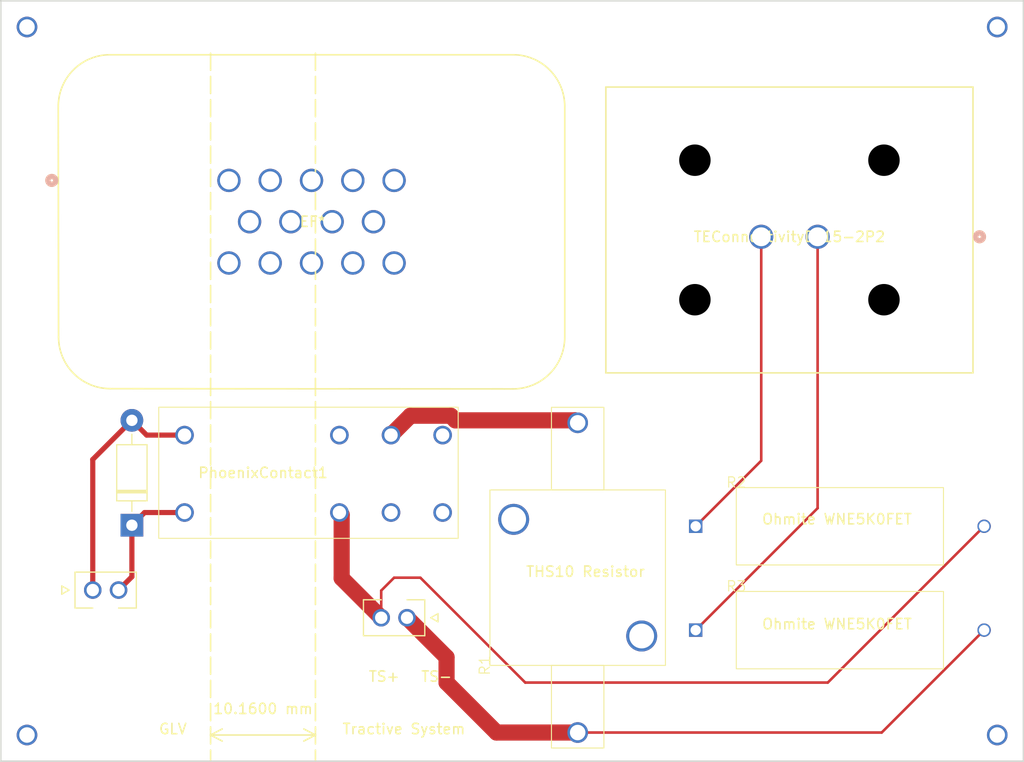
<source format=kicad_pcb>
(kicad_pcb (version 20221018) (generator pcbnew)
  (layers (0 "F.Cu" signal) (31 "B.Cu" signal) (34 "B.Paste" user) (35 "F.Paste" user) (36 "B.SilkS" user "B.Silkscreen") (37 "F.SilkS" user "F.Silkscreen") (38 "B.Mask" user) (39 "F.Mask" user) (44 "Edge.Cuts" user))
  (net 0 "")
  (net 1 "Net-(J1-Pad2)")
  (net 2 "Net-(J1-Pad1)")
  (net 4 "Net-(PhoenixContact1-Pad4)_1")
  (net 5 "Net-(D2-K)")
  (net 6 "Net-(D2-A)")
  (net 7 "Net-(R2-Pad1)")
  (net 8 "Net-(R3-Pad1)")
  (footprint "discharge:resistor_ts" (layer "F.Cu") (at 190.627 67.4735)
    (fp_text reference "R2" (at 0 -0.5 unlocked) (layer "F.SilkS") (effects (font (thickness 0.1))))
    (fp_text value "5k")
    (fp_rect (start 0 0) (end 20.066 7.493) (stroke (width 0.1)) (fill none) (layer "F.SilkS"))
    (pad "1" thru_hole rect (at -3.937 3.7465) (size 1.3 1.3) (drill 1) (layers "*.Cu" "*.Mask") (net 7 "Net-(R2-Pad1)"))
    (pad "2" thru_hole circle (at 24.003 3.7465) (size 1.3 1.3) (drill 1) (layers "*.Cu" "*.Mask") (net 1 "Net-(J1-Pad2)"))
  )
  (footprint "discharge:MOLEX_1053091202" (layer "F.Cu") (at 158.73 80.08 180)
    (fp_text reference "J1" hide)
    (fp_text value "1053091202")
    (fp_line (start -3 -0.4) (end -3 0.4) (stroke (width 0.127)) (layer "F.SilkS"))
    (fp_line (start -3 0.4) (end -2.3 0) (stroke (width 0.127)) (layer "F.SilkS"))
    (fp_line (start -2.3 0) (end -3 -0.4) (stroke (width 0.127)) (layer "F.SilkS"))
    (fp_line (start -1.72 -1.74) (end 4.22 -1.74) (stroke (width 0.127)) (layer "F.SilkS"))
    (fp_line (start -1.72 1.74) (end -1.72 -1.74) (stroke (width 0.127)) (layer "F.SilkS"))
    (fp_line (start 0 1.74) (end -1.72 1.74) (stroke (width 0.127)) (layer "F.SilkS"))
    (fp_line (start 4.22 -1.74) (end 4.22 1.74) (stroke (width 0.127)) (layer "F.SilkS"))
    (fp_line (start 4.22 1.74) (end 2.5 1.74) (stroke (width 0.127)) (layer "F.SilkS"))
    (pad "" np_thru_hole circle (at 1.25 1.34 180) (size 1.3 1.3) (drill 1.3) (layers "*.Cu" "*.Mask"))
    (pad "1" thru_hole circle (at 0 0 180) (size 1.7 1.7) (drill 1.2) (layers "*.Cu") (net 2 "Net-(J1-Pad1)"))
    (pad "2" thru_hole circle (at 2.5 0 180) (size 1.7 1.7) (drill 1.2) (layers "*.Cu") (net 1 "Net-(J1-Pad2)"))
  )
  (footprint "discharge:relay" (layer "F.Cu") (at 134.68 72.39 90)
    (fp_text reference "PhoenixContact1" hide)
    (fp_text value "~")
    (fp_text user "${REFERENCE}" (at 6.35 10.1 unlocked) (layer "F.SilkS"))
    (fp_rect (start 0 0) (end 12.7 29.007) (stroke (width 0.1)) (fill none) (layer "F.SilkS"))
    (pad "1" thru_hole circle (at 2.5 2.5 90) (size 1.8 1.8) (drill 1.3) (layers "*.Cu" "*.Mask") (net 5 "Net-(D2-K)"))
    (pad "2" thru_hole circle (at 10 2.5 90) (size 1.8 1.8) (drill 1.3) (layers "*.Cu" "*.Mask") (net 6 "Net-(D2-A)"))
    (pad "3" thru_hole circle (at 2.5 17.5 90) (size 1.8 1.8) (drill 1.3) (layers "*.Cu" "*.Mask") (net 1 "Net-(J1-Pad2)"))
    (pad "3" thru_hole circle (at 10 17.5 90) (size 1.8 1.8) (drill 1.3) (layers "*.Cu" "*.Mask") (net 1 "Net-(J1-Pad2)"))
    (pad "4" thru_hole circle (at 2.5 22.5 90) (size 1.8 1.8) (drill 1.3) (layers "*.Cu" "*.Mask") (net 4 "Net-(PhoenixContact1-Pad4)_1"))
    (pad "4" thru_hole circle (at 10 22.5 90) (size 1.8 1.8) (drill 1.3) (layers "*.Cu" "*.Mask") (net 4 "Net-(PhoenixContact1-Pad4)_1"))
    (pad "5" thru_hole circle (at 2.5 27.5 90) (size 1.8 1.8) (drill 1.3) (layers "*.Cu" "*.Mask"))
    (pad "5" thru_hole circle (at 10 27.5 90) (size 1.8 1.8) (drill 1.3) (layers "*.Cu" "*.Mask"))
  )
  (footprint "discharge:resistor_ts" (layer "F.Cu") (at 190.627 77.5335)
    (fp_text reference "R3" (at 0 -0.5 unlocked) (layer "F.SilkS") (effects (font (thickness 0.1))))
    (fp_text value "5k")
    (fp_rect (start 0 0) (end 20.066 7.493) (stroke (width 0.1)) (fill none) (layer "F.SilkS"))
    (pad "1" thru_hole rect (at -3.937 3.7465) (size 1.3 1.3) (drill 1) (layers "*.Cu" "*.Mask") (net 8 "Net-(R3-Pad1)"))
    (pad "2" thru_hole circle (at 24.003 3.7465) (size 1.3 1.3) (drill 1) (layers "*.Cu" "*.Mask") (net 2 "Net-(J1-Pad1)"))
  )
  (footprint "1FS_2_Global_Footprint_Library:CONN14_776261_TEC" (layer "F.Cu") (at 157.48 45.72)
    (fp_text reference "REF**" (at -7.999999 -4 unlocked) (layer "F.SilkS"))
    (fp_text value "CONN14_776261_TEC")
    (fp_circle (center -33.158699 -7.999999) (end -32.777699 -7.999999) (stroke (width 0.508)) (fill none) (layer "B.SilkS"))
    (fp_line (start -32.5285 -15.1676) (end -32.5031 7.1666) (stroke (width 0.1524)) (layer "F.SilkS"))
    (fp_line (start -27.4993 12.1704) (end 11.5227 12.1958) (stroke (width 0.1524)) (layer "F.SilkS"))
    (fp_line (start 11.5227 -20.1714) (end -27.5247 -20.1714) (stroke (width 0.1524)) (layer "F.SilkS"))
    (fp_line (start 16.5265 7.192) (end 16.5265 -15.1676) (stroke (width 0.1524)) (layer "F.SilkS"))
    (fp_arc (start -32.5285 -15.1676) (mid -31.062921 -18.705821) (end -27.5247 -20.1714) (stroke (width 0.1524)) (layer "F.SilkS"))
    (fp_arc (start -27.4993 12.1704) (mid -31.037521 10.704821) (end -32.5031 7.1666) (stroke (width 0.1524)) (layer "F.SilkS"))
    (fp_arc (start 11.5227 -20.1714) (mid 15.060921 -18.705821) (end 16.5265 -15.1676) (stroke (width 0.1524)) (layer "F.SilkS"))
    (fp_arc (start 16.5265 7.192) (mid 15.060921 10.730221) (end 11.5227 12.1958) (stroke (width 0.1524)) (layer "F.SilkS"))
    (fp_circle (center -33.158699 -7.999999) (end -32.777699 -7.999999) (stroke (width 0.508)) (fill none) (layer "F.SilkS"))
    (pad "" np_thru_hole circle (at -27.199999 3.300001) (size 2.0066 2.0066) (drill 2.0066) (layers "*.Cu" "*.Mask"))
    (pad "" np_thru_hole circle (at -25.700003 -14.799999) (size 2.0066 2.0066) (drill 2.0066) (layers "*.Cu" "*.Mask"))
    (pad "" np_thru_hole circle (at 9.700004 -14.799999) (size 2.0066 2.0066) (drill 2.0066) (layers "*.Cu" "*.Mask"))
    (pad "" np_thru_hole circle (at 11.200001 3.300001) (size 2.0066 2.0066) (drill 2.0066) (layers "*.Cu" "*.Mask"))
    (pad "1" thru_hole circle (at -15.999999 -7.999999) (size 2.2606 2.2606) (drill 1.7526) (layers "*.Cu" "*.Mask"))
    (pad "2" thru_hole circle (at -11.999999 -7.999999) (size 2.2606 2.2606) (drill 1.7526) (layers "*.Cu" "*.Mask"))
    (pad "3" thru_hole circle (at -7.999999 -7.999999) (size 2.2606 2.2606) (drill 1.7526) (layers "*.Cu" "*.Mask"))
    (pad "4" thru_hole circle (at -4 -7.999999) (size 2.2606 2.2606) (drill 1.7526) (layers "*.Cu" "*.Mask"))
    (pad "5" thru_hole circle (at 0 -7.999999) (size 2.2606 2.2606) (drill 1.7526) (layers "*.Cu" "*.Mask"))
    (pad "6" thru_hole circle (at -13.999999 -4) (size 2.2606 2.2606) (drill 1.7526) (layers "*.Cu" "*.Mask"))
    (pad "7" thru_hole circle (at -9.999999 -4) (size 2.2606 2.2606) (drill 1.7526) (layers "*.Cu" "*.Mask"))
    (pad "8" thru_hole circle (at -5.999999 -4) (size 2.2606 2.2606) (drill 1.7526) (layers "*.Cu" "*.Mask"))
    (pad "9" thru_hole circle (at -2 -4) (size 2.2606 2.2606) (drill 1.7526) (layers "*.Cu" "*.Mask"))
    (pad "10" thru_hole circle (at -15.999999 0) (size 2.2606 2.2606) (drill 1.7526) (layers "*.Cu" "*.Mask"))
    (pad "11" thru_hole circle (at -11.999999 0) (size 2.2606 2.2606) (drill 1.7526) (layers "*.Cu" "*.Mask"))
    (pad "12" thru_hole circle (at -7.999999 0) (size 2.2606 2.2606) (drill 1.7526) (layers "*.Cu" "*.Mask"))
    (pad "13" thru_hole circle (at -4 0) (size 2.2606 2.2606) (drill 1.7526) (layers "*.Cu" "*.Mask"))
    (pad "14" thru_hole circle (at 0 0) (size 2.2606 2.2606) (drill 1.7526) (layers "*.Cu" "*.Mask"))
  )
  (footprint "discharge:MOLEX_1053091202" (layer "F.Cu") (at 128.29 77.4)
    (fp_text reference "J2" hide)
    (fp_text value "1053091202")
    (fp_line (start -3 -0.4) (end -3 0.4) (stroke (width 0.127)) (layer "F.SilkS"))
    (fp_line (start -3 0.4) (end -2.3 0) (stroke (width 0.127)) (layer "F.SilkS"))
    (fp_line (start -2.3 0) (end -3 -0.4) (stroke (width 0.127)) (layer "F.SilkS"))
    (fp_line (start -1.72 -1.74) (end 4.22 -1.74) (stroke (width 0.127)) (layer "F.SilkS"))
    (fp_line (start -1.72 1.74) (end -1.72 -1.74) (stroke (width 0.127)) (layer "F.SilkS"))
    (fp_line (start 0 1.74) (end -1.72 1.74) (stroke (width 0.127)) (layer "F.SilkS"))
    (fp_line (start 4.22 -1.74) (end 4.22 1.74) (stroke (width 0.127)) (layer "F.SilkS"))
    (fp_line (start 4.22 1.74) (end 2.5 1.74) (stroke (width 0.127)) (layer "F.SilkS"))
    (pad "" np_thru_hole circle (at 1.25 1.34) (size 1.3 1.3) (drill 1.3) (layers "*.Cu" "*.Mask"))
    (pad "1" thru_hole circle (at 0 0) (size 1.7 1.7) (drill 1.2) (layers "*.Cu") (net 6 "Net-(D2-A)"))
    (pad "2" thru_hole circle (at 2.5 0) (size 1.7 1.7) (drill 1.2) (layers "*.Cu") (net 5 "Net-(D2-K)"))
  )
  (footprint "discharge:resistor" (layer "F.Cu") (at 166.76 84.7 90)
    (fp_text reference "R1" (at 0 -0.5 90 unlocked) (layer "F.SilkS") (effects (font (thickness 0.1))))
    (fp_text value "680")
    (fp_rect (start -8 5.96) (end 0 11.04) (stroke (width 0.1)) (fill none) (layer "F.SilkS"))
    (fp_rect (start 0 0) (end 17 17) (stroke (width 0.1)) (fill none) (layer "F.SilkS"))
    (fp_rect (start 17 5.96) (end 25 11.04) (stroke (width 0.1)) (fill none) (layer "F.SilkS"))
    (pad "" np_thru_hole circle (at 2.85 14.7 90) (size 3 3) (drill 2.4) (layers "F&B.Cu" "*.Mask"))
    (pad "" np_thru_hole circle (at 14.15 2.3 90) (size 3 3) (drill 2.4) (layers "F&B.Cu" "*.Mask"))
    (pad "1" thru_hole circle (at 23.5 8.5 90) (size 2 2) (drill 1.5) (layers "*.Cu" "*.Mask") (net 4 "Net-(PhoenixContact1-Pad4)_1"))
    (pad "2" thru_hole circle (at -6.5 8.5 90) (size 2 2) (drill 1.5) (layers "*.Cu" "*.Mask") (net 2 "Net-(J1-Pad1)"))
  )
  (footprint "Diode_THT:D_DO-41_SOD81_P10.16mm_Horizontal" (layer "F.Cu") (at 132.08 71.12 90)
    (fp_text reference "D2" hide)
    (fp_text value "1N4001")
    (fp_line (start 1.34 0) (end 2.36 0) (stroke (width 0.12)) (layer "F.SilkS"))
    (fp_line (start 2.36 -1.47) (end 2.36 1.47) (stroke (width 0.12)) (layer "F.SilkS"))
    (fp_line (start 2.36 1.47) (end 7.8 1.47) (stroke (width 0.12)) (layer "F.SilkS"))
    (fp_line (start 3.14 -1.47) (end 3.14 1.47) (stroke (width 0.12)) (layer "F.SilkS"))
    (fp_line (start 3.26 -1.47) (end 3.26 1.47) (stroke (width 0.12)) (layer "F.SilkS"))
    (fp_line (start 3.38 -1.47) (end 3.38 1.47) (stroke (width 0.12)) (layer "F.SilkS"))
    (fp_line (start 7.8 -1.47) (end 2.36 -1.47) (stroke (width 0.12)) (layer "F.SilkS"))
    (fp_line (start 7.8 1.47) (end 7.8 -1.47) (stroke (width 0.12)) (layer "F.SilkS"))
    (fp_line (start 8.82 0) (end 7.8 0) (stroke (width 0.12)) (layer "F.SilkS"))
    (pad "1" thru_hole rect (at 0 0 90) (size 2.2 2.2) (drill 1.1) (layers "*.Cu" "*.Mask") (net 5 "Net-(D2-K)"))
    (pad "2" thru_hole oval (at 10.16 0 90) (size 2.2 2.2) (drill 1.1) (layers "*.Cu" "*.Mask") (net 6 "Net-(D2-A)"))
  )
  (footprint "discharge:CONN2_DT15-2P_TEC" (layer "F.Cu") (at 193.04 43.18)
    (fp_text reference "TEConnectivityDT15-2P2" (at 2.7305 0 unlocked) (layer "F.SilkS"))
    (fp_text value "~")
    (fp_circle (center 21.1455 0) (end 21.5265 0) (stroke (width 0.508)) (fill none) (layer "B.SilkS"))
    (fp_line (start -15.0495 -14.5034) (end -15.0495 13.1826) (stroke (width 0.1524)) (layer "F.SilkS"))
    (fp_line (start -15.0495 13.1826) (end 20.5105 13.1826) (stroke (width 0.1524)) (layer "F.SilkS"))
    (fp_line (start 20.5105 -14.5034) (end -15.0495 -14.5034) (stroke (width 0.1524)) (layer "F.SilkS"))
    (fp_line (start 20.5105 13.1826) (end 20.5105 -14.5034) (stroke (width 0.1524)) (layer "F.SilkS"))
    (fp_circle (center 21.1455 0) (end 21.5265 0) (stroke (width 0.508)) (fill none) (layer "F.SilkS"))
    (pad "" np_thru_hole circle (at -6.4262 -7.4168) (size 3.048 3.048) (drill 3.048) (layers))
    (pad "" np_thru_hole circle (at -6.4262 6.096) (size 3.048 3.048) (drill 3.048) (layers))
    (pad "" np_thru_hole circle (at 11.8872 -7.4168) (size 3.048 3.048) (drill 3.048) (layers))
    (pad "" np_thru_hole circle (at 11.8872 6.096) (size 3.048 3.048) (drill 3.048) (layers))
    (pad "1" thru_hole circle (at 5.461 0) (size 2.3368 2.3368) (drill 1.8288) (layers "*.Cu" "*.Mask") (net 8 "Net-(R3-Pad1)"))
    (pad "2" thru_hole circle (at 0 0) (size 2.3368 2.3368) (drill 1.8288) (layers "*.Cu" "*.Mask") (net 7 "Net-(R2-Pad1)"))
  )
  (gr_line (start 139.7 25.4) (end 139.7 93.98) (stroke (width 0.15) (type dash)) (layer "F.SilkS"))
  (gr_line (start 149.86 25.4) (end 149.86 93.98) (stroke (width 0.15) (type dash)) (layer "F.SilkS"))
  (gr_rect (start 119.38 20.32) (end 218.44 93.98) (stroke (width 0.15)) (fill none) (layer "Edge.Cuts"))
  (gr_text "Tractive System" (at 152.4 91.44) (layer "F.SilkS") (effects (font (size 1 1)) (justify left bottom)))
  (gr_text "Ohmite WNE5K0FET" (at 193.04 81.28) (layer "F.SilkS") (effects (font (size 1 1)) (justify left bottom)))
  (gr_text "TS-" (at 160.02 86.36) (layer "F.SilkS") (effects (font (size 1 1)) (justify left bottom)))
  (gr_text "THS10 Resistor" (at 170.18 76.2) (layer "F.SilkS") (effects (font (size 1 1)) (justify left bottom)))
  (gr_text "Ohmite WNE5K0FET" (at 193.04 71.12) (layer "F.SilkS") (effects (font (size 1 1)) (justify left bottom)))
  (gr_text "GLV" (at 134.62 91.44) (layer "F.SilkS") (effects (font (size 1 1)) (justify left bottom)))
  (gr_text "TS+" (at 154.94 86.36) (layer "F.SilkS") (effects (font (size 1 1)) (justify left bottom)))
  (dimension (type aligned) (layer "F.SilkS") (pts (xy 139.7 91.44) (xy 149.86 91.44)) (height 0) (gr_text "10.1600 mm" (at 144.78 88.9) (layer "F.SilkS") (effects (font (size 1 1) (thickness 0.15)))) (format (prefix "") (suffix "") (units 3) (units_format 1) (precision 4)) (style (thickness 0.15) (arrow_length 1.27) (text_position_mode 2) (extension_height 0.58642) (extension_offset 0.5) keep_text_aligned))
  (via (at 215.9 91.44) (size 2) (drill 1.5) (layers "F.Cu" "B.Cu") (net 0))
  (via (at 121.92 91.44) (size 2) (drill 1.5) (layers "F.Cu" "B.Cu") (net 0))
  (via (at 215.9 22.86) (size 2) (drill 1.5) (layers "F.Cu" "B.Cu") (net 0))
  (via (at 121.92 22.86) (size 2) (drill 1.5) (layers "F.Cu" "B.Cu") (net 0))
  (segment (start 157.48 76.2) (end 156.23 77.45) (width 0.25) (layer "F.Cu") (net 1))
  (segment (start 160.02 76.2) (end 157.48 76.2) (width 0.25) (layer "F.Cu") (net 1))
  (segment (start 199.49 86.36) (end 170.18 86.36) (width 0.25) (layer "F.Cu") (net 1))
  (segment (start 170.18 86.36) (end 160.02 76.2) (width 0.25) (layer "F.Cu") (net 1))
  (segment (start 214.63 71.22) (end 199.49 86.36) (width 0.25) (layer "F.Cu") (net 1))
  (segment (start 152.4 70.11) (end 152.4 76.25) (width 1.563475) (layer "F.Cu") (net 1))
  (segment (start 152.4 76.25) (end 156.23 80.08) (width 1.563475) (layer "F.Cu") (net 1))
  (segment (start 152.18 69.89) (end 152.4 70.11) (width 1.563475) (layer "F.Cu") (net 1))
  (segment (start 156.23 77.45) (end 156.23 80.08) (width 0.25) (layer "F.Cu") (net 1))
  (segment (start 158.73 80.08) (end 162.56 83.91) (width 1.563475) (layer "F.Cu") (net 2))
  (segment (start 204.71 91.2) (end 175.26 91.2) (width 0.25) (layer "F.Cu") (net 2))
  (segment (start 162.56 86.36) (end 167.4 91.2) (width 1.563475) (layer "F.Cu") (net 2))
  (segment (start 162.56 83.91) (end 162.56 86.36) (width 1.563475) (layer "F.Cu") (net 2))
  (segment (start 214.63 81.28) (end 204.71 91.2) (width 0.25) (layer "F.Cu") (net 2))
  (segment (start 167.4 91.2) (end 175.26 91.2) (width 1.563475) (layer "F.Cu") (net 2))
  (segment (start 163.409436 60.96) (end 162.962628 60.513192) (width 1.563475) (layer "F.Cu") (net 4))
  (segment (start 175.02 60.96) (end 163.409436 60.96) (width 1.563475) (layer "F.Cu") (net 4))
  (segment (start 159.056808 60.513192) (end 157.18 62.39) (width 1.563475) (layer "F.Cu") (net 4))
  (segment (start 175.26 61.2) (end 175.02 60.96) (width 1.563475) (layer "F.Cu") (net 4))
  (segment (start 162.962628 60.513192) (end 159.056808 60.513192) (width 1.563475) (layer "F.Cu") (net 4))
  (segment (start 137.18 69.89) (end 133.31 69.89) (width 0.5) (layer "F.Cu") (net 5))
  (segment (start 132.08 76.11) (end 132.08 71.12) (width 0.5) (layer "F.Cu") (net 5))
  (segment (start 133.31 69.89) (end 132.08 71.12) (width 0.5) (layer "F.Cu") (net 5))
  (segment (start 130.79 77.4) (end 132.08 76.11) (width 0.5) (layer "F.Cu") (net 5))
  (segment (start 128.29 77.4) (end 128.29 64.75) (width 0.5) (layer "F.Cu") (net 6))
  (segment (start 133.51 62.39) (end 132.08 60.96) (width 0.5) (layer "F.Cu") (net 6))
  (segment (start 137.18 62.39) (end 133.51 62.39) (width 0.5) (layer "F.Cu") (net 6))
  (segment (start 128.29 64.75) (end 132.08 60.96) (width 0.5) (layer "F.Cu") (net 6))
  (segment (start 193.04 43.18) (end 193.04 64.87) (width 0.25) (layer "F.Cu") (net 7))
  (segment (start 193.04 64.87) (end 186.69 71.22) (width 0.25) (layer "F.Cu") (net 7))
  (segment (start 198.501 43.18) (end 198.501 69.469) (width 0.25) (layer "F.Cu") (net 8))
  (segment (start 198.501 69.469) (end 186.69 81.28) (width 0.25) (layer "F.Cu") (net 8))
)
</source>
